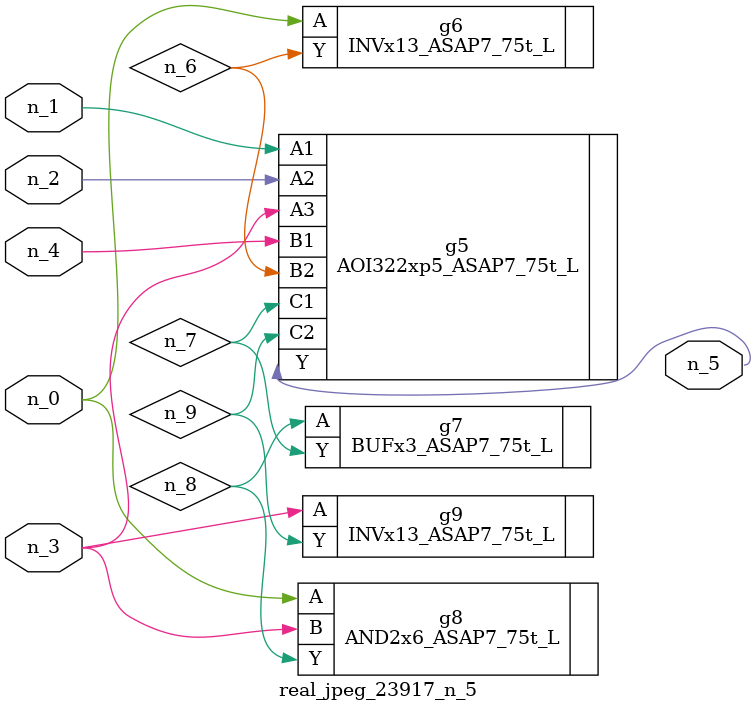
<source format=v>
module real_jpeg_23917_n_5 (n_4, n_0, n_1, n_2, n_3, n_5);

input n_4;
input n_0;
input n_1;
input n_2;
input n_3;

output n_5;

wire n_8;
wire n_6;
wire n_7;
wire n_9;

INVx13_ASAP7_75t_L g6 ( 
.A(n_0),
.Y(n_6)
);

AND2x6_ASAP7_75t_L g8 ( 
.A(n_0),
.B(n_3),
.Y(n_8)
);

AOI322xp5_ASAP7_75t_L g5 ( 
.A1(n_1),
.A2(n_2),
.A3(n_3),
.B1(n_4),
.B2(n_6),
.C1(n_7),
.C2(n_9),
.Y(n_5)
);

INVx13_ASAP7_75t_L g9 ( 
.A(n_3),
.Y(n_9)
);

BUFx3_ASAP7_75t_L g7 ( 
.A(n_8),
.Y(n_7)
);


endmodule
</source>
